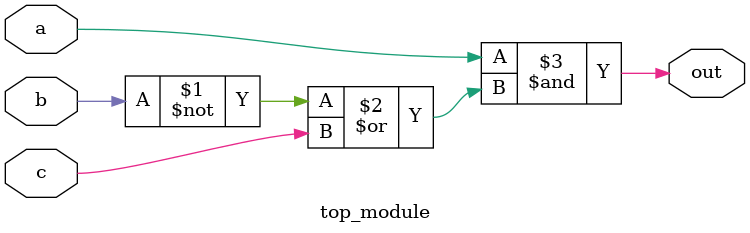
<source format=sv>
module top_module(
	input a, 
	input b,
	input c,
	output out
);
  // Implementing the logic based on the Karnaugh map
  assign out = (a & (~b | c));
endmodule

</source>
